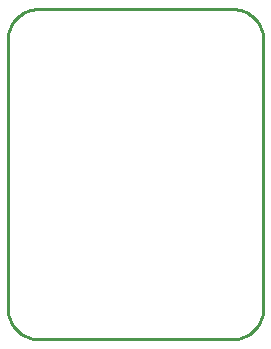
<source format=gbr>
G04 EAGLE Gerber RS-274X export*
G75*
%MOMM*%
%FSLAX34Y34*%
%LPD*%
%IN*%
%IPPOS*%
%AMOC8*
5,1,8,0,0,1.08239X$1,22.5*%
G01*
%ADD10C,0.254000*%


D10*
X0Y25400D02*
X97Y23186D01*
X386Y20989D01*
X865Y18826D01*
X1532Y16713D01*
X2380Y14666D01*
X3403Y12700D01*
X4594Y10831D01*
X5942Y9073D01*
X7440Y7440D01*
X9073Y5942D01*
X10831Y4594D01*
X12700Y3403D01*
X14666Y2380D01*
X16713Y1532D01*
X18826Y865D01*
X20989Y386D01*
X23186Y97D01*
X25400Y0D01*
X190500Y0D01*
X192714Y97D01*
X194911Y386D01*
X197074Y865D01*
X199187Y1532D01*
X201235Y2380D01*
X203200Y3403D01*
X205069Y4594D01*
X206827Y5942D01*
X208461Y7440D01*
X209958Y9073D01*
X211306Y10831D01*
X212497Y12700D01*
X213520Y14666D01*
X214368Y16713D01*
X215035Y18826D01*
X215514Y20989D01*
X215803Y23186D01*
X215900Y25400D01*
X215900Y254000D01*
X215803Y256214D01*
X215514Y258411D01*
X215035Y260574D01*
X214368Y262687D01*
X213520Y264735D01*
X212497Y266700D01*
X211306Y268569D01*
X209958Y270327D01*
X208461Y271961D01*
X206827Y273458D01*
X205069Y274806D01*
X203200Y275997D01*
X201235Y277020D01*
X199187Y277868D01*
X197074Y278535D01*
X194911Y279014D01*
X192714Y279303D01*
X190500Y279400D01*
X25400Y279400D01*
X23186Y279303D01*
X20989Y279014D01*
X18826Y278535D01*
X16713Y277868D01*
X14666Y277020D01*
X12700Y275997D01*
X10831Y274806D01*
X9073Y273458D01*
X7440Y271961D01*
X5942Y270327D01*
X4594Y268569D01*
X3403Y266700D01*
X2380Y264735D01*
X1532Y262687D01*
X865Y260574D01*
X386Y258411D01*
X97Y256214D01*
X0Y254000D01*
X0Y25400D01*
M02*

</source>
